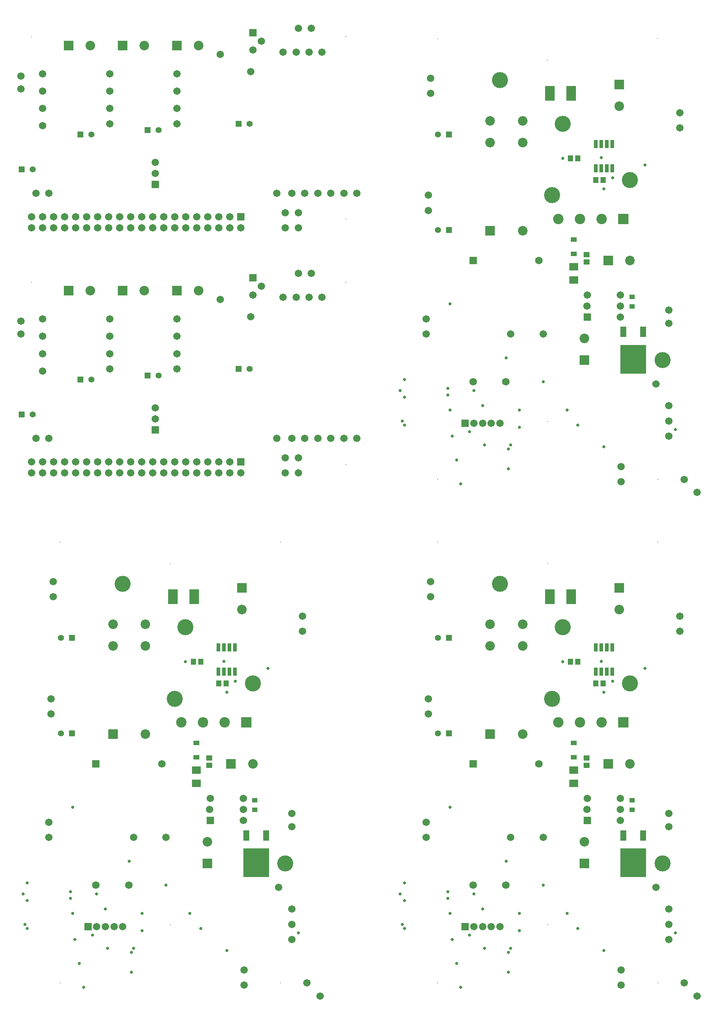
<source format=gbs>
G04*
G04 #@! TF.GenerationSoftware,Altium Limited,Altium Designer,18.0.11 (651)*
G04*
G04 Layer_Color=16711935*
%FSLAX24Y24*%
%MOIN*%
G70*
G01*
G75*
%ADD81R,0.0513X0.0552*%
%ADD83R,0.0552X0.0513*%
%ADD89R,0.0560X0.0438*%
%ADD97R,0.0552X0.0552*%
%ADD100C,0.0671*%
%ADD101C,0.1458*%
%ADD102C,0.0552*%
%ADD103R,0.0867X0.0867*%
%ADD104C,0.0867*%
%ADD105C,0.0080*%
%ADD106R,0.0867X0.0867*%
%ADD107R,0.0671X0.0671*%
%ADD108C,0.0680*%
%ADD109R,0.0680X0.0680*%
%ADD110C,0.0946*%
%ADD111R,0.0946X0.0946*%
%ADD112C,0.0280*%
%ADD113R,0.0671X0.0671*%
%ADD114R,0.0867X0.0867*%
%ADD115R,0.0336X0.0769*%
%ADD116R,0.0474X0.0395*%
%ADD117R,0.0552X0.0946*%
%ADD118R,0.2363X0.2600*%
%ADD119R,0.0852X0.1320*%
%ADD120R,0.0828X0.0710*%
D81*
X53209Y29134D02*
D03*
X53878D02*
D03*
X51575Y31102D02*
D03*
X50906D02*
D03*
X53209Y74803D02*
D03*
X53878D02*
D03*
X51575Y76772D02*
D03*
X50906D02*
D03*
X18957Y29134D02*
D03*
X19626D02*
D03*
X17323Y31102D02*
D03*
X16654D02*
D03*
D83*
X52362Y21713D02*
D03*
Y22382D02*
D03*
Y67382D02*
D03*
Y68051D02*
D03*
X18110Y21713D02*
D03*
Y22382D02*
D03*
D89*
X51181Y23728D02*
D03*
Y22441D02*
D03*
Y69398D02*
D03*
Y68110D02*
D03*
X16929Y23728D02*
D03*
Y22441D02*
D03*
D97*
X39870Y33268D02*
D03*
Y24606D02*
D03*
Y78937D02*
D03*
Y70276D02*
D03*
X5618Y33268D02*
D03*
Y24606D02*
D03*
X20760Y57677D02*
D03*
X12492Y57087D02*
D03*
X6390Y56693D02*
D03*
X1075Y53543D02*
D03*
X20760Y79921D02*
D03*
X12492Y79331D02*
D03*
X6390Y78937D02*
D03*
X1075Y75787D02*
D03*
D100*
X55512Y3150D02*
D03*
X60827Y35236D02*
D03*
X38189Y38386D02*
D03*
X37795Y16535D02*
D03*
X60827Y33858D02*
D03*
X55512Y1772D02*
D03*
X38189Y37008D02*
D03*
X37795Y15157D02*
D03*
X37992Y27756D02*
D03*
X61220Y1969D02*
D03*
X37992Y26378D02*
D03*
X62402Y787D02*
D03*
X45472Y15157D02*
D03*
X48425D02*
D03*
X59843Y5906D02*
D03*
Y7283D02*
D03*
Y8661D02*
D03*
X58661Y10630D02*
D03*
X59843Y17323D02*
D03*
Y16142D02*
D03*
X44488Y7087D02*
D03*
X43701D02*
D03*
X42913D02*
D03*
X42126D02*
D03*
X52388Y17717D02*
D03*
X52437Y18717D02*
D03*
X55437D02*
D03*
Y17717D02*
D03*
Y16717D02*
D03*
X55512Y48819D02*
D03*
X60827Y80906D02*
D03*
X38189Y84055D02*
D03*
X37795Y62205D02*
D03*
X60827Y79528D02*
D03*
X55512Y47441D02*
D03*
X38189Y82677D02*
D03*
X37795Y60827D02*
D03*
X37992Y73425D02*
D03*
X61220Y47638D02*
D03*
X37992Y72047D02*
D03*
X62402Y46457D02*
D03*
X45472Y60827D02*
D03*
X48425D02*
D03*
X59843Y51575D02*
D03*
Y52953D02*
D03*
Y54331D02*
D03*
X58661Y56299D02*
D03*
X59843Y62992D02*
D03*
Y61811D02*
D03*
X44488Y52756D02*
D03*
X43701D02*
D03*
X42913D02*
D03*
X42126D02*
D03*
X52388Y63386D02*
D03*
X52437Y64386D02*
D03*
X55437D02*
D03*
Y63386D02*
D03*
Y62386D02*
D03*
X21260Y3150D02*
D03*
X26575Y35236D02*
D03*
X3937Y38386D02*
D03*
X3543Y16535D02*
D03*
X26575Y33858D02*
D03*
X21260Y1772D02*
D03*
X3937Y37008D02*
D03*
X3543Y15157D02*
D03*
X3740Y27756D02*
D03*
X26969Y1969D02*
D03*
X3740Y26378D02*
D03*
X28150Y787D02*
D03*
X11220Y15157D02*
D03*
X14173D02*
D03*
X25591Y5906D02*
D03*
Y7283D02*
D03*
Y8661D02*
D03*
X24409Y10630D02*
D03*
X25591Y17323D02*
D03*
Y16142D02*
D03*
X10236Y7087D02*
D03*
X9449D02*
D03*
X8661D02*
D03*
X7874D02*
D03*
X18136Y17717D02*
D03*
X18185Y18717D02*
D03*
X21185D02*
D03*
Y17717D02*
D03*
Y16717D02*
D03*
X20968Y48228D02*
D03*
X19969Y49228D02*
D03*
Y48228D02*
D03*
X18968Y49228D02*
D03*
Y48228D02*
D03*
X17968Y49228D02*
D03*
Y48228D02*
D03*
X16968Y49228D02*
D03*
Y48228D02*
D03*
X15969Y49228D02*
D03*
Y48228D02*
D03*
X14969Y49228D02*
D03*
Y48228D02*
D03*
X13968Y49228D02*
D03*
Y48228D02*
D03*
X12968Y49228D02*
D03*
Y48228D02*
D03*
X11968Y49228D02*
D03*
Y48228D02*
D03*
X10969Y49228D02*
D03*
Y48228D02*
D03*
X9969Y49228D02*
D03*
Y48228D02*
D03*
X8968Y49228D02*
D03*
Y48228D02*
D03*
X7969Y49228D02*
D03*
Y48228D02*
D03*
X6969Y49228D02*
D03*
Y48228D02*
D03*
X5968Y49228D02*
D03*
Y48228D02*
D03*
X4969Y49228D02*
D03*
Y48228D02*
D03*
X3968Y49228D02*
D03*
Y48228D02*
D03*
X2968Y49228D02*
D03*
Y48228D02*
D03*
X1969Y49228D02*
D03*
Y48228D02*
D03*
X984Y60827D02*
D03*
Y62008D02*
D03*
X13189Y53150D02*
D03*
Y54150D02*
D03*
X2953Y60630D02*
D03*
X3543Y51378D02*
D03*
X25000Y48228D02*
D03*
Y49606D02*
D03*
X2362Y51378D02*
D03*
X26181Y48228D02*
D03*
X26181Y49606D02*
D03*
X31496Y51378D02*
D03*
X30315D02*
D03*
X29134D02*
D03*
X21850Y62402D02*
D03*
X27362Y66339D02*
D03*
X26181D02*
D03*
X15157Y57677D02*
D03*
Y59055D02*
D03*
Y60630D02*
D03*
Y62205D02*
D03*
X9055D02*
D03*
Y60630D02*
D03*
Y59055D02*
D03*
Y57677D02*
D03*
X2953Y57480D02*
D03*
X2953Y59055D02*
D03*
X19094Y63976D02*
D03*
X2953Y62205D02*
D03*
X28346Y64173D02*
D03*
X27953Y51378D02*
D03*
X27165Y64173D02*
D03*
X26772Y51378D02*
D03*
X25984Y64173D02*
D03*
X24803D02*
D03*
X25591Y51378D02*
D03*
X24213D02*
D03*
X22047Y64370D02*
D03*
X22835Y65157D02*
D03*
X20968Y70472D02*
D03*
X19969Y71472D02*
D03*
Y70472D02*
D03*
X18968Y71472D02*
D03*
Y70472D02*
D03*
X17968Y71472D02*
D03*
Y70472D02*
D03*
X16968Y71472D02*
D03*
Y70472D02*
D03*
X15969Y71472D02*
D03*
Y70472D02*
D03*
X14969Y71472D02*
D03*
Y70472D02*
D03*
X13968Y71472D02*
D03*
Y70472D02*
D03*
X12968Y71472D02*
D03*
Y70472D02*
D03*
X11968Y71472D02*
D03*
Y70472D02*
D03*
X10969Y71472D02*
D03*
Y70472D02*
D03*
X9969Y71472D02*
D03*
Y70472D02*
D03*
X8968Y71472D02*
D03*
Y70472D02*
D03*
X7969Y71472D02*
D03*
Y70472D02*
D03*
X6969Y71472D02*
D03*
Y70472D02*
D03*
X5968Y71472D02*
D03*
Y70472D02*
D03*
X4969Y71472D02*
D03*
Y70472D02*
D03*
X3968Y71472D02*
D03*
Y70472D02*
D03*
X2968Y71472D02*
D03*
Y70472D02*
D03*
X1969Y71472D02*
D03*
Y70472D02*
D03*
X984Y83071D02*
D03*
Y84252D02*
D03*
X13189Y75394D02*
D03*
Y76394D02*
D03*
X2953Y82874D02*
D03*
X3543Y73622D02*
D03*
X25000Y70472D02*
D03*
Y71850D02*
D03*
X2362Y73622D02*
D03*
X26181Y70472D02*
D03*
X26181Y71850D02*
D03*
X31496Y73622D02*
D03*
X30315D02*
D03*
X29134D02*
D03*
X21850Y84646D02*
D03*
X27362Y88583D02*
D03*
X26181D02*
D03*
X15157Y79921D02*
D03*
Y81299D02*
D03*
Y82874D02*
D03*
Y84449D02*
D03*
X9055D02*
D03*
Y82874D02*
D03*
Y81299D02*
D03*
Y79921D02*
D03*
X2953Y79724D02*
D03*
X2953Y81299D02*
D03*
X19094Y86220D02*
D03*
X2953Y84449D02*
D03*
X28346Y86417D02*
D03*
X27953Y73622D02*
D03*
X27165Y86417D02*
D03*
X26772Y73622D02*
D03*
X25984Y86417D02*
D03*
X24803D02*
D03*
X25591Y73622D02*
D03*
X24213D02*
D03*
X22047Y86614D02*
D03*
X22835Y87402D02*
D03*
D101*
X50197Y34252D02*
D03*
X56299Y29134D02*
D03*
X59252Y12795D02*
D03*
X44488Y38189D02*
D03*
X49213Y27756D02*
D03*
X50197Y79921D02*
D03*
X56299Y74803D02*
D03*
X59252Y58465D02*
D03*
X44488Y83858D02*
D03*
X49213Y73425D02*
D03*
X15945Y34252D02*
D03*
X22047Y29134D02*
D03*
X25000Y12795D02*
D03*
X10236Y38189D02*
D03*
X14961Y27756D02*
D03*
D102*
X38870Y33268D02*
D03*
Y24606D02*
D03*
Y78937D02*
D03*
Y70276D02*
D03*
X4618Y33268D02*
D03*
Y24606D02*
D03*
X21760Y57677D02*
D03*
X13492Y57087D02*
D03*
X7390Y56693D02*
D03*
X2075Y53543D02*
D03*
X21760Y79921D02*
D03*
X13492Y79331D02*
D03*
X7390Y78937D02*
D03*
X2075Y75787D02*
D03*
D103*
X43602Y24539D02*
D03*
X52165Y12795D02*
D03*
X55315Y37795D02*
D03*
X43602Y70209D02*
D03*
X52165Y58465D02*
D03*
X55315Y83465D02*
D03*
X9350Y24539D02*
D03*
X17913Y12795D02*
D03*
X21063Y37795D02*
D03*
D104*
X46555Y24539D02*
D03*
X43602Y32531D02*
D03*
X46555D02*
D03*
X43602Y34516D02*
D03*
X46555D02*
D03*
X56299Y21850D02*
D03*
X52165Y14764D02*
D03*
X55315Y35827D02*
D03*
X46555Y70209D02*
D03*
X43602Y78201D02*
D03*
X46555D02*
D03*
X43602Y80185D02*
D03*
X46555D02*
D03*
X56299Y67520D02*
D03*
X52165Y60433D02*
D03*
X55315Y81496D02*
D03*
X12303Y24539D02*
D03*
X9350Y32531D02*
D03*
X12303D02*
D03*
X9350Y34516D02*
D03*
X12303D02*
D03*
X22047Y21850D02*
D03*
X17913Y14764D02*
D03*
X21063Y35827D02*
D03*
X7283Y64764D02*
D03*
X12205D02*
D03*
X17126D02*
D03*
X7283Y87008D02*
D03*
X12205D02*
D03*
X17126D02*
D03*
D105*
X48819Y40020D02*
D03*
Y7224D02*
D03*
X38819Y1969D02*
D03*
X58819D02*
D03*
Y41968D02*
D03*
X38819D02*
D03*
X48819Y85689D02*
D03*
Y52894D02*
D03*
X38819Y47638D02*
D03*
X58819D02*
D03*
Y87638D02*
D03*
X38819D02*
D03*
X14567Y40020D02*
D03*
Y7224D02*
D03*
X4567Y1969D02*
D03*
X24567D02*
D03*
Y41968D02*
D03*
X4567D02*
D03*
X30512Y49016D02*
D03*
X1969Y65551D02*
D03*
X30512D02*
D03*
Y71260D02*
D03*
X1969Y87795D02*
D03*
X30512D02*
D03*
D106*
X54331Y21850D02*
D03*
Y67520D02*
D03*
X20079Y21850D02*
D03*
D107*
X41339Y7087D02*
D03*
X52437Y16717D02*
D03*
X41339Y52756D02*
D03*
X52437Y62386D02*
D03*
X7087Y7087D02*
D03*
X18185Y16717D02*
D03*
D108*
X42047Y10827D02*
D03*
X45039D02*
D03*
X48032Y21850D02*
D03*
X42047Y56496D02*
D03*
X45039D02*
D03*
X48032Y67520D02*
D03*
X7795Y10827D02*
D03*
X10787D02*
D03*
X13780Y21850D02*
D03*
D109*
X42047D02*
D03*
Y67520D02*
D03*
X7795Y21850D02*
D03*
D110*
X49803Y25591D02*
D03*
X51772D02*
D03*
X53740D02*
D03*
X49803Y71260D02*
D03*
X51772D02*
D03*
X53740D02*
D03*
X15551Y25591D02*
D03*
X17520D02*
D03*
X19488D02*
D03*
D111*
X55709D02*
D03*
Y71260D02*
D03*
X21457Y25591D02*
D03*
D112*
X48425Y10827D02*
D03*
X50197Y31102D02*
D03*
X53687Y31156D02*
D03*
X40945Y1575D02*
D03*
X43110Y5118D02*
D03*
X40551Y3740D02*
D03*
X54724Y29331D02*
D03*
X53937Y28346D02*
D03*
X46260Y6693D02*
D03*
X42126Y10039D02*
D03*
X39764Y9646D02*
D03*
X35433Y10039D02*
D03*
X35827Y6890D02*
D03*
X35630Y7283D02*
D03*
X39961Y17913D02*
D03*
X39764Y10236D02*
D03*
X57677Y30512D02*
D03*
X53937Y4921D02*
D03*
X60433Y6496D02*
D03*
X45276Y2953D02*
D03*
X39961Y8268D02*
D03*
X41732Y6299D02*
D03*
X51575Y6890D02*
D03*
X45079Y12992D02*
D03*
X50591Y8268D02*
D03*
X35827Y9449D02*
D03*
Y11024D02*
D03*
X42913Y8661D02*
D03*
X46260Y8268D02*
D03*
X45276Y4724D02*
D03*
X40157Y5906D02*
D03*
X45472Y5118D02*
D03*
X48425Y56496D02*
D03*
X50197Y76772D02*
D03*
X53687Y76825D02*
D03*
X40945Y47244D02*
D03*
X43110Y50787D02*
D03*
X40551Y49409D02*
D03*
X54724Y75000D02*
D03*
X53937Y74016D02*
D03*
X46260Y52362D02*
D03*
X42126Y55709D02*
D03*
X39764Y55315D02*
D03*
X35433Y55709D02*
D03*
X35827Y52559D02*
D03*
X35630Y52953D02*
D03*
X39961Y63583D02*
D03*
X39764Y55906D02*
D03*
X57677Y76181D02*
D03*
X53937Y50591D02*
D03*
X60433Y52165D02*
D03*
X45276Y48622D02*
D03*
X39961Y53937D02*
D03*
X41732Y51969D02*
D03*
X51575Y52559D02*
D03*
X45079Y58661D02*
D03*
X50591Y53937D02*
D03*
X35827Y55118D02*
D03*
Y56693D02*
D03*
X42913Y54331D02*
D03*
X46260Y53937D02*
D03*
X45276Y50394D02*
D03*
X40157Y51575D02*
D03*
X45472Y50787D02*
D03*
X14173Y10827D02*
D03*
X15945Y31102D02*
D03*
X19435Y31156D02*
D03*
X6693Y1575D02*
D03*
X8858Y5118D02*
D03*
X6299Y3740D02*
D03*
X20472Y29331D02*
D03*
X19685Y28346D02*
D03*
X12008Y6693D02*
D03*
X7874Y10039D02*
D03*
X5512Y9646D02*
D03*
X1181Y10039D02*
D03*
X1575Y6890D02*
D03*
X1378Y7283D02*
D03*
X5709Y17913D02*
D03*
X5512Y10236D02*
D03*
X23425Y30512D02*
D03*
X19685Y4921D02*
D03*
X26181Y6496D02*
D03*
X11024Y2953D02*
D03*
X5709Y8268D02*
D03*
X7480Y6299D02*
D03*
X17323Y6890D02*
D03*
X10827Y12992D02*
D03*
X16339Y8268D02*
D03*
X1575Y9449D02*
D03*
Y11024D02*
D03*
X8661Y8661D02*
D03*
X12008Y8268D02*
D03*
X11024Y4724D02*
D03*
X5906Y5906D02*
D03*
X11220Y5118D02*
D03*
D113*
X20968Y49228D02*
D03*
X13189Y52150D02*
D03*
X22047Y65945D02*
D03*
X20968Y71472D02*
D03*
X13189Y74394D02*
D03*
X22047Y88189D02*
D03*
D114*
X5315Y64764D02*
D03*
X10236D02*
D03*
X15157D02*
D03*
X5315Y87008D02*
D03*
X10236D02*
D03*
X15157D02*
D03*
D115*
X53187Y32402D02*
D03*
X53687D02*
D03*
X54187D02*
D03*
X54687D02*
D03*
Y30197D02*
D03*
X54187D02*
D03*
X53687D02*
D03*
X53187D02*
D03*
Y78071D02*
D03*
X53687D02*
D03*
X54187D02*
D03*
X54687D02*
D03*
Y75866D02*
D03*
X54187D02*
D03*
X53687D02*
D03*
X53187D02*
D03*
X18935Y32402D02*
D03*
X19435D02*
D03*
X19935D02*
D03*
X20435D02*
D03*
Y30197D02*
D03*
X19935D02*
D03*
X19435D02*
D03*
X18935D02*
D03*
D116*
X56496Y18549D02*
D03*
Y17671D02*
D03*
Y64219D02*
D03*
Y63341D02*
D03*
X22244Y18549D02*
D03*
Y17671D02*
D03*
D117*
X55709Y15354D02*
D03*
X57504D02*
D03*
X55709Y61024D02*
D03*
X57504D02*
D03*
X21457Y15354D02*
D03*
X23252D02*
D03*
D118*
X56606Y12874D02*
D03*
Y58543D02*
D03*
X22354Y12874D02*
D03*
D119*
X50967Y37008D02*
D03*
X49033D02*
D03*
X50967Y82677D02*
D03*
X49033D02*
D03*
X16715Y37008D02*
D03*
X14782D02*
D03*
D120*
X51181Y20059D02*
D03*
Y21280D02*
D03*
Y65728D02*
D03*
Y66949D02*
D03*
X16929Y20059D02*
D03*
Y21280D02*
D03*
M02*

</source>
